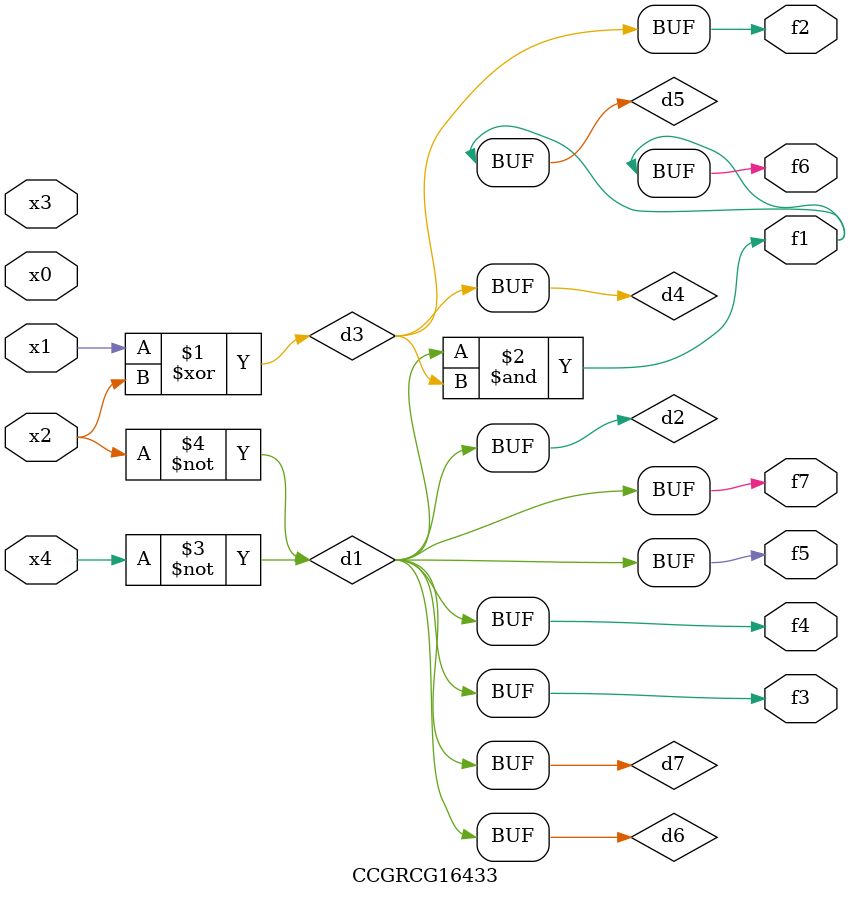
<source format=v>
module CCGRCG16433(
	input x0, x1, x2, x3, x4,
	output f1, f2, f3, f4, f5, f6, f7
);

	wire d1, d2, d3, d4, d5, d6, d7;

	not (d1, x4);
	not (d2, x2);
	xor (d3, x1, x2);
	buf (d4, d3);
	and (d5, d1, d3);
	buf (d6, d1, d2);
	buf (d7, d2);
	assign f1 = d5;
	assign f2 = d4;
	assign f3 = d7;
	assign f4 = d7;
	assign f5 = d7;
	assign f6 = d5;
	assign f7 = d7;
endmodule

</source>
